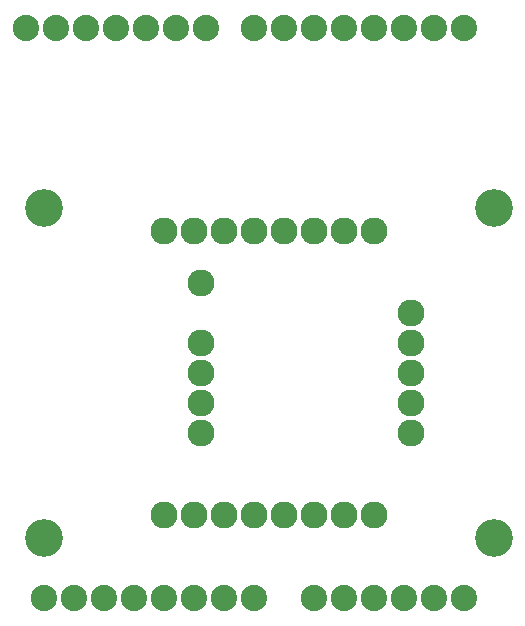
<source format=gbs>
G04 DipTrace 2.3.1.0*
%INminishiftjig_BottomMask.gbs*%
%MOIN*%
%ADD21C,0.126*%
%ADD29C,0.0899*%
%ADD33C,0.0879*%
%FSLAX44Y44*%
G04*
G70*
G90*
G75*
G01*
%LNBotMask*%
%LPD*%
D33*
X5187Y4937D3*
X6187D3*
X7187D3*
X8187D3*
X9187D3*
X10187D3*
X11187D3*
X12187D3*
X14187D3*
X15187D3*
X16187D3*
X17187D3*
X18187D3*
X19187D3*
Y23937D3*
X18187D3*
X17187D3*
X16187D3*
X15187D3*
X14187D3*
X13187D3*
X12187D3*
X10587D3*
X9587D3*
X8587D3*
X7587D3*
X6587D3*
X5587D3*
X4587D3*
D29*
X9187Y7713D3*
X10187D3*
X11187D3*
X12187D3*
X13187D3*
X14187D3*
X15187D3*
X16187D3*
Y17161D3*
X15187D3*
X14187D3*
X13187D3*
X12187D3*
X11187D3*
X10187D3*
X9187D3*
X10437Y15437D3*
X17437Y10437D3*
X10437D3*
Y12437D3*
Y13437D3*
X17437Y12437D3*
Y14437D3*
Y13437D3*
Y11437D3*
X10437D3*
D21*
X20187Y17937D3*
Y6937D3*
X5187Y17937D3*
Y6937D3*
M02*

</source>
